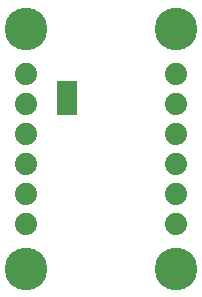
<source format=gbr>
G04 EAGLE Gerber RS-274X export*
G75*
%MOMM*%
%FSLAX34Y34*%
%LPD*%
%INSoldermask Bottom*%
%IPPOS*%
%AMOC8*
5,1,8,0,0,1.08239X$1,22.5*%
G01*
%ADD10C,3.617600*%
%ADD11C,1.879600*%
%ADD12R,1.651000X2.921000*%


D10*
X25400Y25400D03*
X25400Y228600D03*
X152400Y25400D03*
X152400Y228600D03*
D11*
X152400Y63500D03*
X152400Y88900D03*
X152400Y114300D03*
X152400Y139700D03*
X152400Y165100D03*
X152400Y190500D03*
X25400Y190500D03*
X25400Y165100D03*
X25400Y139700D03*
X25400Y114300D03*
X25400Y88900D03*
X25400Y63500D03*
D12*
X60325Y170180D03*
M02*

</source>
